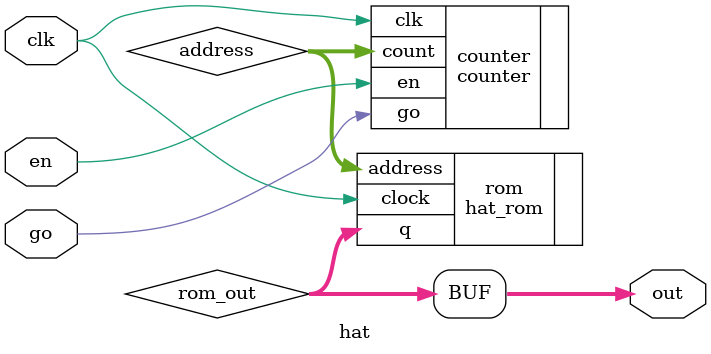
<source format=v>
module hat(out, clk, en, go);
	output [7:0] out;
	input clk, en, go;

	wire [12:0] address;
	wire [7:0] rom_out;

	// counter
	counter counter(.count(address), .clk(clk), .en(en), .go(go));

	// rom
	hat_rom rom(.address(address), .clock(clk), .q(rom_out));	

	assign out = rom_out;

endmodule

</source>
